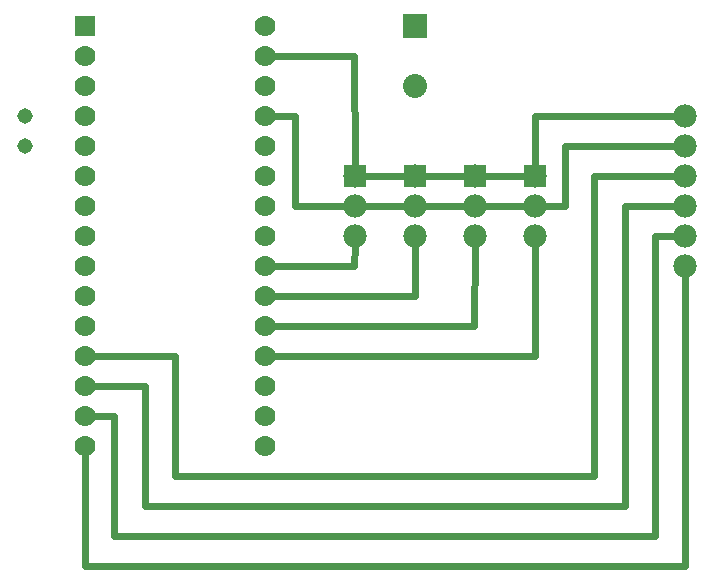
<source format=gbl>
G04 MADE WITH FRITZING*
G04 WWW.FRITZING.ORG*
G04 DOUBLE SIDED*
G04 HOLES PLATED*
G04 CONTOUR ON CENTER OF CONTOUR VECTOR*
%ASAXBY*%
%FSLAX23Y23*%
%MOIN*%
%OFA0B0*%
%SFA1.0B1.0*%
%ADD10C,0.080000*%
%ADD11C,0.070000*%
%ADD12C,0.078000*%
%ADD13C,0.051496*%
%ADD14R,0.079986X0.080000*%
%ADD15R,0.069972X0.070000*%
%ADD16R,0.078000X0.078000*%
%ADD17C,0.024000*%
%LNCOPPER0*%
G90*
G70*
G54D10*
X1444Y1898D03*
X1444Y1698D03*
G54D11*
X344Y1898D03*
X344Y1798D03*
X344Y1698D03*
X344Y1598D03*
X344Y1498D03*
X344Y1398D03*
X344Y1298D03*
X344Y1198D03*
X344Y1098D03*
X344Y998D03*
X344Y898D03*
X344Y798D03*
X344Y698D03*
X344Y598D03*
X344Y498D03*
X944Y1898D03*
X944Y1798D03*
X944Y1698D03*
X944Y1598D03*
X944Y1498D03*
X944Y1398D03*
X944Y1298D03*
X944Y1198D03*
X944Y1098D03*
X944Y998D03*
X944Y898D03*
X944Y798D03*
X944Y698D03*
X944Y598D03*
X944Y498D03*
G54D12*
X1844Y1398D03*
X1844Y1298D03*
X1844Y1198D03*
X1644Y1398D03*
X1644Y1298D03*
X1644Y1198D03*
X1444Y1398D03*
X1444Y1298D03*
X1444Y1198D03*
X1244Y1398D03*
X1244Y1298D03*
X1244Y1198D03*
X2344Y1598D03*
X2344Y1498D03*
X2344Y1398D03*
X2344Y1298D03*
X2344Y1198D03*
X2344Y1098D03*
X2344Y1598D03*
X2344Y1498D03*
X2344Y1398D03*
X2344Y1298D03*
X2344Y1198D03*
X2344Y1098D03*
G54D13*
X144Y1498D03*
X144Y1598D03*
G54D14*
X1444Y1898D03*
G54D15*
X344Y1898D03*
G54D16*
X1844Y1398D03*
X1644Y1398D03*
X1444Y1398D03*
X1244Y1398D03*
G54D17*
X1414Y1398D02*
X1275Y1398D01*
D02*
X1614Y1398D02*
X1475Y1398D01*
D02*
X1814Y1398D02*
X1675Y1398D01*
D02*
X1414Y1298D02*
X1275Y1298D01*
D02*
X1614Y1298D02*
X1475Y1298D01*
D02*
X1814Y1298D02*
X1675Y1298D01*
D02*
X1243Y1798D02*
X1244Y1428D01*
D02*
X974Y1798D02*
X1243Y1798D01*
D02*
X1045Y1297D02*
X1214Y1298D01*
D02*
X1045Y1599D02*
X1045Y1297D01*
D02*
X974Y1598D02*
X1045Y1599D01*
D02*
X1845Y799D02*
X974Y798D01*
D02*
X1844Y1168D02*
X1845Y799D01*
D02*
X1643Y897D02*
X1644Y1168D01*
D02*
X974Y898D02*
X1643Y897D01*
D02*
X1445Y998D02*
X1444Y1168D01*
D02*
X974Y998D02*
X1445Y998D01*
D02*
X1243Y1098D02*
X1244Y1168D01*
D02*
X974Y1098D02*
X1243Y1098D01*
D02*
X1845Y1599D02*
X2314Y1598D01*
D02*
X1844Y1428D02*
X1845Y1599D01*
D02*
X1945Y1498D02*
X2314Y1498D01*
D02*
X1945Y1297D02*
X1945Y1498D01*
D02*
X1875Y1297D02*
X1945Y1297D01*
D02*
X2346Y97D02*
X2344Y1068D01*
D02*
X345Y97D02*
X2346Y97D01*
D02*
X345Y469D02*
X345Y97D01*
D02*
X2245Y197D02*
X2245Y1199D01*
D02*
X2245Y1199D02*
X2314Y1198D01*
D02*
X443Y197D02*
X2245Y197D01*
D02*
X443Y598D02*
X443Y197D01*
D02*
X374Y598D02*
X443Y598D01*
D02*
X2144Y1297D02*
X2314Y1298D01*
D02*
X2144Y298D02*
X2144Y1297D01*
D02*
X544Y298D02*
X2144Y298D01*
D02*
X544Y698D02*
X544Y298D01*
D02*
X374Y698D02*
X544Y698D01*
D02*
X2043Y399D02*
X2043Y1398D01*
D02*
X2043Y1398D02*
X2314Y1398D01*
D02*
X645Y399D02*
X2043Y399D01*
D02*
X645Y799D02*
X645Y399D01*
D02*
X374Y798D02*
X645Y799D01*
G04 End of Copper0*
M02*
</source>
